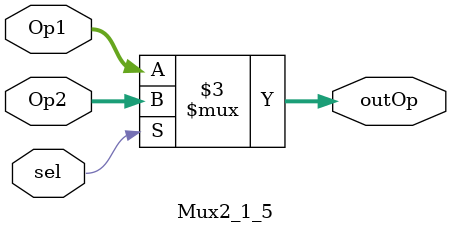
<source format=v>
module Mux2_1_5(
	input  sel,
	input [4:0] Op1,
	input [4:0] Op2,
	output reg [4:0]outOp
);
//2. Definir Elementos /Componentes Internos (Cables, Registros).

//3. Elementos de Procesamiento (Lógicos y aritméticos)
always @ (*)
	begin 
		if(sel)
			outOp=Op2;
		else
			outOp=Op1;
	end
endmodule

</source>
